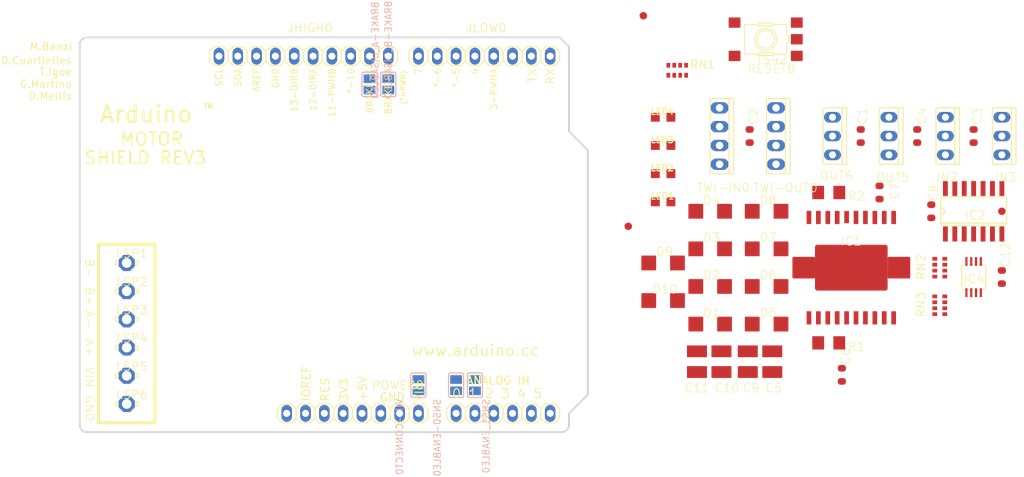
<source format=kicad_pcb>
(kicad_pcb (version 20211014) (generator pcbnew)

  (general
    (thickness 1.6)
  )

  (paper "A4")
  (layers
    (0 "F.Cu" signal)
    (31 "B.Cu" signal)
    (32 "B.Adhes" user "B.Adhesive")
    (33 "F.Adhes" user "F.Adhesive")
    (34 "B.Paste" user)
    (35 "F.Paste" user)
    (36 "B.SilkS" user "B.Silkscreen")
    (37 "F.SilkS" user "F.Silkscreen")
    (38 "B.Mask" user)
    (39 "F.Mask" user)
    (40 "Dwgs.User" user "User.Drawings")
    (41 "Cmts.User" user "User.Comments")
    (42 "Eco1.User" user "User.Eco1")
    (43 "Eco2.User" user "User.Eco2")
    (44 "Edge.Cuts" user)
    (45 "Margin" user)
    (46 "B.CrtYd" user "B.Courtyard")
    (47 "F.CrtYd" user "F.Courtyard")
    (48 "B.Fab" user)
    (49 "F.Fab" user)
    (50 "User.1" user)
    (51 "User.2" user)
    (52 "User.3" user)
    (53 "User.4" user)
    (54 "User.5" user)
    (55 "User.6" user)
    (56 "User.7" user)
    (57 "User.8" user)
    (58 "User.9" user)
  )

  (setup
    (pad_to_mask_clearance 0)
    (pcbplotparams
      (layerselection 0x00010fc_ffffffff)
      (disableapertmacros false)
      (usegerberextensions false)
      (usegerberattributes true)
      (usegerberadvancedattributes true)
      (creategerberjobfile true)
      (svguseinch false)
      (svgprecision 6)
      (excludeedgelayer true)
      (plotframeref false)
      (viasonmask false)
      (mode 1)
      (useauxorigin false)
      (hpglpennumber 1)
      (hpglpenspeed 20)
      (hpglpendiameter 15.000000)
      (dxfpolygonmode true)
      (dxfimperialunits true)
      (dxfusepcbnewfont true)
      (psnegative false)
      (psa4output false)
      (plotreference true)
      (plotvalue true)
      (plotinvisibletext false)
      (sketchpadsonfab false)
      (subtractmaskfromsilk false)
      (outputformat 1)
      (mirror false)
      (drillshape 1)
      (scaleselection 1)
      (outputdirectory "")
    )
  )

  (net 0 "")
  (net 1 "+5V")
  (net 2 "GND")
  (net 3 "VIN")
  (net 4 "+3V3")
  (net 5 "DIRA#")
  (net 6 "OUT3")
  (net 7 "OUT4")
  (net 8 "OUT2")
  (net 9 "OUT1")
  (net 10 "DIRA")
  (net 11 "DIRB")
  (net 12 "DIRB#")
  (net 13 "PWMA")
  (net 14 "PWMB")
  (net 15 "AREF")
  (net 16 "IOREF")
  (net 17 "A2")
  (net 18 "A3")
  (net 19 "VMOT")
  (net 20 "A4")
  (net 21 "A5")
  (net 22 "6")
  (net 23 "5")
  (net 24 "SDA")
  (net 25 "SCL")
  (net 26 "5-GND")
  (net 27 "RESET")
  (net 28 "BRAKEA")
  (net 29 "BRAKEB")
  (net 30 "N$1")
  (net 31 "N$2")
  (net 32 "N$3")
  (net 33 "N$4")
  (net 34 "N$5")
  (net 35 "SNS0")
  (net 36 "N$7")
  (net 37 "SNS1")
  (net 38 "SNSA")
  (net 39 "SNSB")

  (footprint "Qmotor unplaced_unrouted:SMA" (layer "F.Cu") (at 199.3011 111.9886))

  (footprint "Qmotor unplaced_unrouted:LSP13" (layer "F.Cu") (at 120.5611 124.0536))

  (footprint "Qmotor unplaced_unrouted:CAY16" (layer "F.Cu") (at 230.2891 109.4486 -90))

  (footprint "Qmotor unplaced_unrouted:R1206" (layer "F.Cu") (at 215.3031 119.6086 180))

  (footprint "Qmotor unplaced_unrouted:C0603-ROUND" (layer "F.Cu") (at 222.1611 99.2886 90))

  (footprint "Qmotor unplaced_unrouted:SO14" (layer "F.Cu") (at 234.8611 101.8286))

  (footprint "Qmotor unplaced_unrouted:FIDUCIA-MOUNT" (layer "F.Cu") (at 190.2841 75.4126))

  (footprint (layer "F.Cu") (at 180.2511 96.1136))

  (footprint "Qmotor unplaced_unrouted:C0603-ROUND" (layer "F.Cu") (at 219.6211 91.6686 -90))

  (footprint "Qmotor unplaced_unrouted:POWER-SO20" (layer "F.Cu") (at 218.3511 109.4486))

  (footprint "Qmotor unplaced_unrouted:1X10-TH" (layer "F.Cu") (at 144.4371 80.8736 180))

  (footprint "Qmotor unplaced_unrouted:1X08-TH" (layer "F.Cu") (at 151.0411 129.1336))

  (footprint "Qmotor unplaced_unrouted:SMA" (layer "F.Cu") (at 199.3011 106.9086))

  (footprint "Qmotor unplaced_unrouted:10X03MTA" (layer "F.Cu") (at 231.0511 91.6686 -90))

  (footprint "Qmotor unplaced_unrouted:CHIPLED_0805" (layer "F.Cu") (at 192.9511 96.7486 -90))

  (footprint "Qmotor unplaced_unrouted:CAY16" (layer "F.Cu") (at 230.2891 114.5286 -90))

  (footprint "Qmotor unplaced_unrouted:C0603-ROUND" (layer "F.Cu") (at 229.1461 101.8286 -90))

  (footprint (layer "F.Cu") (at 129.4511 81.0006))

  (footprint "Qmotor unplaced_unrouted:SMA" (layer "F.Cu") (at 206.9211 106.9086))

  (footprint "Qmotor unplaced_unrouted:LSP13" (layer "F.Cu") (at 120.5611 120.2436))

  (footprint "Qmotor unplaced_unrouted:TS42" (layer "F.Cu") (at 206.7941 78.5876 180))

  (footprint "Qmotor unplaced_unrouted:SMA" (layer "F.Cu") (at 206.9211 117.0686))

  (footprint "Qmotor unplaced_unrouted:LSP13" (layer "F.Cu") (at 120.5611 127.8636))

  (footprint "Qmotor unplaced_unrouted:MSOP08" (layer "F.Cu") (at 234.8611 110.7186))

  (footprint "Qmotor unplaced_unrouted:C0603-ROUND" (layer "F.Cu") (at 217.0811 123.9266 -90))

  (footprint "Qmotor unplaced_unrouted:CAY16" (layer "F.Cu") (at 194.8561 82.7786))

  (footprint "Qmotor unplaced_unrouted:C1210" (layer "F.Cu") (at 207.6831 122.1486 -90))

  (footprint "Qmotor unplaced_unrouted:SMA" (layer "F.Cu") (at 199.3011 117.0686))

  (footprint "Qmotor unplaced_unrouted:1X06-TH" (layer "F.Cu") (at 171.3611 129.1336))

  (footprint "Qmotor unplaced_unrouted:LSP13" (layer "F.Cu") (at 120.5611 112.6236))

  (footprint "Qmotor unplaced_unrouted:CHIPLED_0805" (layer "F.Cu") (at 192.9511 89.1286 -90))

  (footprint "Qmotor unplaced_unrouted:10X04MTA" (layer "F.Cu") (at 208.1911 91.6686 -90))

  (footprint "Qmotor unplaced_unrouted:10X03MTA" (layer "F.Cu") (at 238.6711 91.6686 -90))

  (footprint "Qmotor unplaced_unrouted:FIDUCIA-MOUNT" (layer "F.Cu") (at 188.2521 103.8606))

  (footprint "Qmotor unplaced_unrouted:SMA" (layer "F.Cu") (at 192.9511 108.8136))

  (footprint "Qmotor unplaced_unrouted:SMA" (layer "F.Cu") (at 206.9211 101.8286))

  (footprint "Qmotor unplaced_unrouted:10X03MTA" (layer "F.Cu") (at 223.4311 91.6686 -90))

  (footprint "Qmotor unplaced_unrouted:SMA" (layer "F.Cu") (at 206.9211 111.9886))

  (footprint "Qmotor unplaced_unrouted:SMA" (layer "F.Cu") (at 192.9511 113.8936))

  (footprint "Qmotor unplaced_unrouted:10X03MTA" (layer "F.Cu") (at 215.8111 91.6686 -90))

  (footprint "Qmotor unplaced_unrouted:FIDUCIA-MOUNT" (layer "F.Cu") (at 238.6711 101.8286))

  (footprint "Qmotor unplaced_unrouted:10X04MTA" (layer "F.Cu") (at 200.5711 91.6686 -90))

  (footprint "Qmotor unplaced_unrouted:LSP13" (layer "F.Cu") (at 120.5611 116.4336))

  (footprint "Qmotor unplaced_unrouted:SMA" (layer "F.Cu") (at 199.3011 101.8286))

  (footprint (layer "F.Cu") (at 180.2511 124.0536))

  (footprint "Qmotor unplaced_unrouted:LSP13" (layer "F.Cu") (at 120.5611 108.8136))

  (footprint "Qmotor unplaced_unrouted:C1210" (layer "F.Cu") (at 200.8251 122.1486 -90))

  (footprint "Qmotor unplaced_unrouted:CHIPLED_0805" (layer "F.Cu") (at 192.9511 100.5586 -90))

  (footprint (layer "F.Cu") (at 128.1811 129.1336))

  (footprint "Qmotor unplaced_unrouted:C1210" (layer "F.Cu") (at 197.5231 122.1486 -90))

  (footprint "Qmotor unplaced_unrouted:C1210" (layer "F.Cu") (at 204.3811 122.1486 -90))

  (footprint "Qmotor unplaced_unrouted:C0603-ROUND" (layer "F.Cu")
    (tedit 0) (tstamp d20fc9d9-667c-46ba-b9f9-b2ffc865b255)
    (at 204.6351 91.6686 90)
    (descr "<b>CAPACITOR</b><p>\nchip")
    (fp_text reference "C2" (at 1.524 0.508 90) (layer "F.SilkS")
      (effects (font (size 1.176528 1.176528) (thickness 0.093472)) (justify left))
      (tstamp 5c2d2148-16f3-4123-9ea4-ce1d6c73adf5)
    )
    (fp_text value "100n" (at -0.635 1.905 90) (layer "F.Fab")
      (effects (font (size 1.176528 1.176528) (thickness 0.093472)) (justify
... [54554 chars truncated]
</source>
